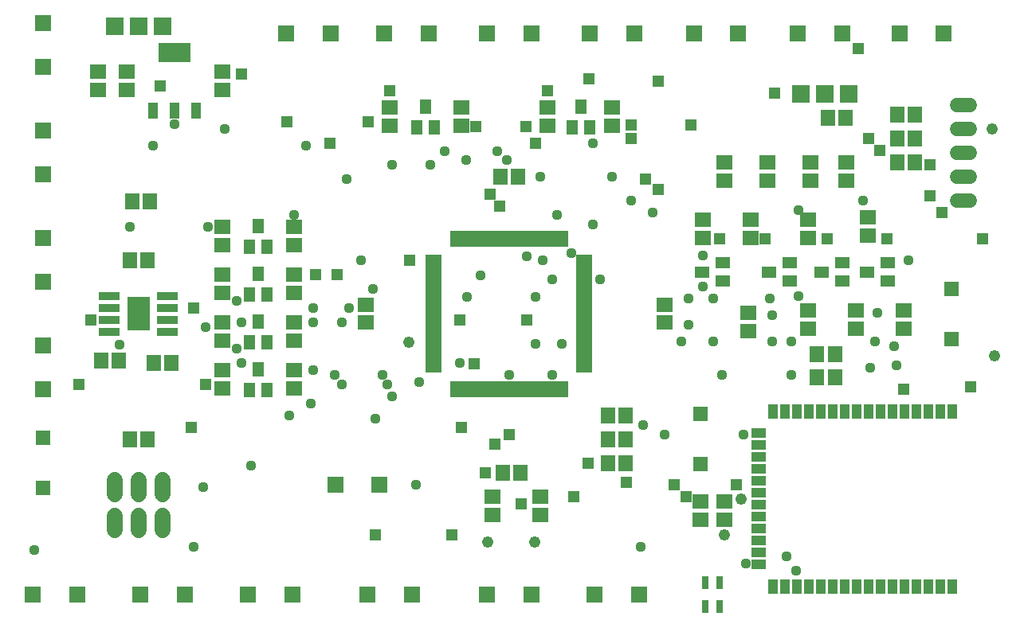
<source format=gts>
G75*
%MOIN*%
%OFA0B0*%
%FSLAX25Y25*%
%IPPOS*%
%LPD*%
%AMOC8*
5,1,8,0,0,1.08239X$1,22.5*
%
%ADD10R,0.06706X0.05918*%
%ADD11R,0.05918X0.06706*%
%ADD12C,0.06000*%
%ADD13R,0.06312X0.04343*%
%ADD14R,0.04343X0.06312*%
%ADD15R,0.02572X0.05721*%
%ADD16R,0.06343X0.06343*%
%ADD17R,0.07550X0.07550*%
%ADD18R,0.06950X0.06950*%
%ADD19R,0.08800X0.03400*%
%ADD20R,0.09800X0.13900*%
%ADD21R,0.04100X0.07100*%
%ADD22R,0.13800X0.08300*%
%ADD23R,0.06312X0.04737*%
%ADD24R,0.06706X0.02178*%
%ADD25R,0.02178X0.06706*%
%ADD26C,0.04769*%
%ADD27C,0.06800*%
%ADD28R,0.04737X0.06312*%
%ADD29C,0.04369*%
%ADD30R,0.04762X0.04762*%
%ADD31C,0.04762*%
D10*
X0091800Y0109755D03*
X0091800Y0117235D03*
X0091800Y0129755D03*
X0091800Y0137235D03*
X0091800Y0149755D03*
X0091800Y0157235D03*
X0091800Y0169755D03*
X0091800Y0177235D03*
X0121800Y0177235D03*
X0121800Y0169755D03*
X0121800Y0157235D03*
X0121800Y0149755D03*
X0121800Y0137235D03*
X0121800Y0129755D03*
X0121800Y0117235D03*
X0121800Y0109755D03*
X0151800Y0137255D03*
X0151800Y0144735D03*
X0161800Y0219755D03*
X0161800Y0227235D03*
X0191800Y0227235D03*
X0191800Y0219755D03*
X0227800Y0219755D03*
X0227800Y0227235D03*
X0254800Y0227235D03*
X0254800Y0219755D03*
X0301800Y0204235D03*
X0301800Y0196755D03*
X0319800Y0196755D03*
X0319800Y0204235D03*
X0337800Y0204235D03*
X0337800Y0196755D03*
X0352800Y0196755D03*
X0352800Y0204235D03*
X0361800Y0181235D03*
X0361800Y0173755D03*
X0336800Y0172755D03*
X0336800Y0180235D03*
X0312800Y0180235D03*
X0312800Y0172755D03*
X0292800Y0172755D03*
X0292800Y0180235D03*
X0276800Y0144735D03*
X0276800Y0137255D03*
X0311800Y0133755D03*
X0311800Y0141235D03*
X0336800Y0142235D03*
X0336800Y0134755D03*
X0356800Y0134755D03*
X0356800Y0142235D03*
X0376800Y0142235D03*
X0376800Y0134755D03*
X0301800Y0062235D03*
X0291800Y0062235D03*
X0291800Y0054755D03*
X0301800Y0054755D03*
X0224800Y0056755D03*
X0224800Y0064235D03*
X0204800Y0064235D03*
X0204800Y0056755D03*
X0091800Y0234755D03*
X0091800Y0242235D03*
X0051800Y0242235D03*
X0051800Y0234755D03*
X0039800Y0234755D03*
X0039800Y0242235D03*
D11*
X0054060Y0187995D03*
X0061540Y0187995D03*
X0060540Y0163495D03*
X0053060Y0163495D03*
X0048540Y0121495D03*
X0041060Y0121495D03*
X0063060Y0120495D03*
X0070540Y0120495D03*
X0060540Y0088495D03*
X0053060Y0088495D03*
X0209060Y0074495D03*
X0216540Y0074495D03*
X0253060Y0078495D03*
X0260540Y0078495D03*
X0260540Y0088495D03*
X0253060Y0088495D03*
X0253060Y0098495D03*
X0260540Y0098495D03*
X0340560Y0114495D03*
X0348040Y0114495D03*
X0348040Y0123995D03*
X0340560Y0123995D03*
X0374060Y0204495D03*
X0381540Y0204495D03*
X0381540Y0214495D03*
X0374060Y0214495D03*
X0374060Y0224495D03*
X0381540Y0224495D03*
X0352540Y0222995D03*
X0345060Y0222995D03*
X0215540Y0198495D03*
X0208060Y0198495D03*
D12*
X0399200Y0198495D02*
X0404400Y0198495D01*
X0404400Y0208495D02*
X0399200Y0208495D01*
X0399200Y0218495D02*
X0404400Y0218495D01*
X0404400Y0228495D02*
X0399200Y0228495D01*
X0399200Y0188495D02*
X0404400Y0188495D01*
D13*
X0316339Y0090896D03*
X0316339Y0085896D03*
X0316339Y0080896D03*
X0316339Y0075896D03*
X0316339Y0070896D03*
X0316339Y0065896D03*
X0316339Y0060896D03*
X0316339Y0055896D03*
X0316339Y0050896D03*
X0316339Y0045896D03*
X0316339Y0040896D03*
X0316339Y0035896D03*
D14*
X0322127Y0026841D03*
X0327127Y0026841D03*
X0332127Y0026841D03*
X0337127Y0026841D03*
X0342127Y0026841D03*
X0347127Y0026841D03*
X0352127Y0026841D03*
X0357127Y0026841D03*
X0362127Y0026841D03*
X0367127Y0026841D03*
X0372127Y0026841D03*
X0377127Y0026841D03*
X0382127Y0026841D03*
X0387127Y0026841D03*
X0392127Y0026841D03*
X0397127Y0026841D03*
X0397127Y0100149D03*
X0392127Y0100149D03*
X0387127Y0100149D03*
X0382127Y0100149D03*
X0377127Y0100149D03*
X0372127Y0100149D03*
X0367127Y0100149D03*
X0362127Y0100149D03*
X0357127Y0100149D03*
X0352127Y0100149D03*
X0347127Y0100149D03*
X0342127Y0100149D03*
X0337127Y0100149D03*
X0332127Y0100149D03*
X0327127Y0100149D03*
X0322127Y0100149D03*
D15*
X0299851Y0028495D03*
X0293749Y0028495D03*
X0293749Y0018495D03*
X0299851Y0018495D03*
D16*
X0291800Y0077995D03*
X0291800Y0098995D03*
X0396800Y0130495D03*
X0396800Y0151495D03*
X0016800Y0088995D03*
X0016800Y0067995D03*
D17*
X0046800Y0261495D03*
X0056800Y0261495D03*
X0066800Y0261495D03*
X0333800Y0232995D03*
X0343800Y0232995D03*
X0353800Y0232995D03*
D18*
X0012548Y0023495D03*
X0031052Y0023495D03*
X0057548Y0023495D03*
X0076052Y0023495D03*
X0102548Y0023495D03*
X0121052Y0023495D03*
X0152548Y0023495D03*
X0171052Y0023495D03*
X0202548Y0023495D03*
X0221052Y0023495D03*
X0247548Y0023495D03*
X0266052Y0023495D03*
X0157552Y0069495D03*
X0139048Y0069495D03*
X0016800Y0109243D03*
X0016800Y0127747D03*
X0016800Y0154243D03*
X0016800Y0172747D03*
X0016800Y0199243D03*
X0016800Y0217747D03*
X0016800Y0244243D03*
X0016800Y0262747D03*
X0118548Y0258495D03*
X0137052Y0258495D03*
X0159548Y0258495D03*
X0178052Y0258495D03*
X0202548Y0258495D03*
X0221052Y0258495D03*
X0245548Y0258495D03*
X0264052Y0258495D03*
X0289048Y0258495D03*
X0307552Y0258495D03*
X0332548Y0258495D03*
X0351052Y0258495D03*
X0375048Y0258495D03*
X0393552Y0258495D03*
D19*
X0068900Y0148495D03*
X0068900Y0143495D03*
X0068900Y0138495D03*
X0068900Y0133495D03*
X0044700Y0133495D03*
X0044700Y0138495D03*
X0044700Y0143495D03*
X0044700Y0148495D03*
D20*
X0056800Y0140995D03*
D21*
X0062745Y0225895D03*
X0071800Y0225895D03*
X0080855Y0225895D03*
D22*
X0071800Y0250495D03*
D23*
X0292469Y0158495D03*
X0301131Y0162235D03*
X0301131Y0154755D03*
X0320469Y0158495D03*
X0329131Y0162235D03*
X0329131Y0154755D03*
X0342469Y0158495D03*
X0351131Y0162235D03*
X0351131Y0154755D03*
X0361469Y0158495D03*
X0370131Y0162235D03*
X0370131Y0154755D03*
D24*
X0243296Y0154774D03*
X0243296Y0152806D03*
X0243296Y0150837D03*
X0243296Y0148869D03*
X0243296Y0146900D03*
X0243296Y0144932D03*
X0243296Y0142963D03*
X0243296Y0140995D03*
X0243296Y0139026D03*
X0243296Y0137058D03*
X0243296Y0135089D03*
X0243296Y0133121D03*
X0243296Y0131152D03*
X0243296Y0129184D03*
X0243296Y0127215D03*
X0243296Y0125247D03*
X0243296Y0123278D03*
X0243296Y0121310D03*
X0243296Y0119341D03*
X0243296Y0117373D03*
X0243296Y0156743D03*
X0243296Y0158711D03*
X0243296Y0160680D03*
X0243296Y0162648D03*
X0243296Y0164617D03*
X0180304Y0164617D03*
X0180304Y0162648D03*
X0180304Y0160680D03*
X0180304Y0158711D03*
X0180304Y0156743D03*
X0180304Y0154774D03*
X0180304Y0152806D03*
X0180304Y0150837D03*
X0180304Y0148869D03*
X0180304Y0146900D03*
X0180304Y0144932D03*
X0180304Y0142963D03*
X0180304Y0140995D03*
X0180304Y0139026D03*
X0180304Y0137058D03*
X0180304Y0135089D03*
X0180304Y0133121D03*
X0180304Y0131152D03*
X0180304Y0129184D03*
X0180304Y0127215D03*
X0180304Y0125247D03*
X0180304Y0123278D03*
X0180304Y0121310D03*
X0180304Y0119341D03*
X0180304Y0117373D03*
D25*
X0188178Y0109499D03*
X0190146Y0109499D03*
X0192115Y0109499D03*
X0194083Y0109499D03*
X0196052Y0109499D03*
X0198020Y0109499D03*
X0199989Y0109499D03*
X0201957Y0109499D03*
X0203926Y0109499D03*
X0205894Y0109499D03*
X0207863Y0109499D03*
X0209831Y0109499D03*
X0211800Y0109499D03*
X0213769Y0109499D03*
X0215737Y0109499D03*
X0217706Y0109499D03*
X0219674Y0109499D03*
X0221643Y0109499D03*
X0223611Y0109499D03*
X0225580Y0109499D03*
X0227548Y0109499D03*
X0229517Y0109499D03*
X0231485Y0109499D03*
X0233454Y0109499D03*
X0235422Y0109499D03*
X0235422Y0172491D03*
X0233454Y0172491D03*
X0231485Y0172491D03*
X0229517Y0172491D03*
X0227548Y0172491D03*
X0225580Y0172491D03*
X0223611Y0172491D03*
X0221643Y0172491D03*
X0219674Y0172491D03*
X0217706Y0172491D03*
X0215737Y0172491D03*
X0213769Y0172491D03*
X0211800Y0172491D03*
X0209831Y0172491D03*
X0207863Y0172491D03*
X0205894Y0172491D03*
X0203926Y0172491D03*
X0201957Y0172491D03*
X0199989Y0172491D03*
X0198020Y0172491D03*
X0196052Y0172491D03*
X0194083Y0172491D03*
X0192115Y0172491D03*
X0190146Y0172491D03*
X0188178Y0172491D03*
D26*
X0202957Y0045495D03*
X0222643Y0045495D03*
D27*
X0066800Y0050495D02*
X0066800Y0056495D01*
X0056800Y0056495D02*
X0056800Y0050495D01*
X0046800Y0050495D02*
X0046800Y0056495D01*
X0046800Y0065495D02*
X0046800Y0071495D01*
X0056800Y0071495D02*
X0056800Y0065495D01*
X0066800Y0065495D02*
X0066800Y0071495D01*
D28*
X0103060Y0109164D03*
X0110540Y0109164D03*
X0106800Y0117826D03*
X0103060Y0129164D03*
X0110540Y0129164D03*
X0106800Y0137826D03*
X0103060Y0149164D03*
X0110540Y0149164D03*
X0106800Y0157826D03*
X0103060Y0169164D03*
X0110540Y0169164D03*
X0106800Y0177826D03*
X0173060Y0219164D03*
X0180540Y0219164D03*
X0176800Y0227826D03*
X0238060Y0219164D03*
X0245540Y0219164D03*
X0241800Y0227826D03*
D29*
X0246800Y0212495D03*
X0254800Y0198495D03*
X0262800Y0188495D03*
X0271800Y0183495D03*
X0246800Y0178495D03*
X0231800Y0182495D03*
X0237800Y0166495D03*
X0225800Y0163495D03*
X0219300Y0164995D03*
X0229800Y0155495D03*
X0222800Y0147995D03*
X0199800Y0156995D03*
X0194300Y0147995D03*
X0222800Y0128495D03*
X0233800Y0128495D03*
X0229800Y0115495D03*
X0211800Y0115495D03*
X0191300Y0120495D03*
X0174300Y0112495D03*
X0162800Y0106495D03*
X0160800Y0111495D03*
X0158800Y0115495D03*
X0141800Y0111495D03*
X0138800Y0115495D03*
X0129800Y0117495D03*
X0128800Y0103495D03*
X0119800Y0098495D03*
X0103800Y0077495D03*
X0083800Y0068495D03*
X0079800Y0043495D03*
X0013300Y0041995D03*
X0099800Y0120495D03*
X0097800Y0126495D03*
X0099800Y0137235D03*
X0097800Y0146495D03*
X0084800Y0135495D03*
X0048800Y0127995D03*
X0053060Y0177235D03*
X0085800Y0177495D03*
X0121800Y0182495D03*
X0143800Y0197495D03*
X0162800Y0203495D03*
X0178800Y0203495D03*
X0184800Y0208995D03*
X0193800Y0205495D03*
X0206800Y0208995D03*
X0210800Y0205495D03*
X0224800Y0198495D03*
X0249800Y0155495D03*
X0286800Y0147495D03*
X0292800Y0152495D03*
X0297300Y0147495D03*
X0286800Y0136495D03*
X0283800Y0129495D03*
X0297300Y0129495D03*
X0300800Y0115495D03*
X0321800Y0129495D03*
X0329800Y0129495D03*
X0321800Y0140495D03*
X0320800Y0147495D03*
X0332800Y0148495D03*
X0365800Y0141495D03*
X0364800Y0129495D03*
X0372800Y0127495D03*
X0373800Y0119495D03*
X0362800Y0118495D03*
X0329800Y0115495D03*
X0309800Y0090495D03*
X0276800Y0090495D03*
X0267800Y0094495D03*
X0266800Y0043495D03*
X0310800Y0036495D03*
X0327800Y0039495D03*
X0331800Y0033495D03*
X0172800Y0069495D03*
X0155800Y0096995D03*
X0141800Y0137495D03*
X0144800Y0143495D03*
X0154800Y0151495D03*
X0149800Y0163495D03*
X0129800Y0143495D03*
X0129800Y0137495D03*
X0126800Y0211495D03*
X0092800Y0218495D03*
X0071800Y0220495D03*
X0062800Y0211495D03*
X0292800Y0165495D03*
X0332800Y0184495D03*
X0359800Y0188495D03*
X0378800Y0163495D03*
D30*
X0369800Y0172495D03*
X0392800Y0183495D03*
X0387800Y0190495D03*
X0387800Y0203495D03*
X0366800Y0209495D03*
X0362300Y0214495D03*
X0322800Y0233495D03*
X0287800Y0219995D03*
X0262800Y0219995D03*
X0262800Y0214495D03*
X0268800Y0197495D03*
X0274300Y0192995D03*
X0299800Y0172495D03*
X0318800Y0172495D03*
X0344800Y0172495D03*
X0409800Y0172495D03*
X0404800Y0110495D03*
X0376800Y0109495D03*
X0306800Y0069495D03*
X0285800Y0064495D03*
X0280800Y0069495D03*
X0260800Y0070495D03*
X0244800Y0078495D03*
X0238800Y0064495D03*
X0216800Y0061495D03*
X0201800Y0074495D03*
X0205800Y0086495D03*
X0211800Y0090495D03*
X0191800Y0093495D03*
X0197300Y0119995D03*
X0191300Y0138495D03*
X0219300Y0138495D03*
X0170300Y0163495D03*
X0139800Y0157495D03*
X0130800Y0157495D03*
X0079800Y0143495D03*
X0036800Y0138495D03*
X0031800Y0111495D03*
X0078800Y0093495D03*
X0084800Y0111495D03*
X0155800Y0048495D03*
X0187800Y0048495D03*
X0207800Y0185995D03*
X0203800Y0190995D03*
X0222800Y0212495D03*
X0218800Y0219495D03*
X0197800Y0219495D03*
X0227800Y0234495D03*
X0245300Y0239495D03*
X0274300Y0238495D03*
X0357800Y0251995D03*
X0161800Y0234495D03*
X0152800Y0221495D03*
X0136800Y0212495D03*
X0118800Y0221495D03*
X0099800Y0241495D03*
X0065800Y0236495D03*
D31*
X0169800Y0128995D03*
X0301800Y0048495D03*
X0308800Y0063495D03*
X0414800Y0123495D03*
X0413800Y0218495D03*
M02*

</source>
